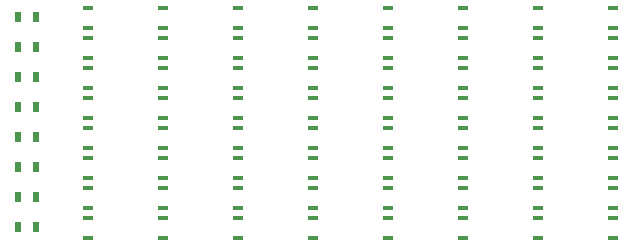
<source format=gbr>
%TF.GenerationSoftware,KiCad,Pcbnew,(5.1.9)-1*%
%TF.CreationDate,2021-06-01T09:40:16-07:00*%
%TF.ProjectId,Reverse_Mount_SMT_LED_PoC,52657665-7273-4655-9f4d-6f756e745f53,rev?*%
%TF.SameCoordinates,Original*%
%TF.FileFunction,Paste,Top*%
%TF.FilePolarity,Positive*%
%FSLAX46Y46*%
G04 Gerber Fmt 4.6, Leading zero omitted, Abs format (unit mm)*
G04 Created by KiCad (PCBNEW (5.1.9)-1) date 2021-06-01 09:40:16*
%MOMM*%
%LPD*%
G01*
G04 APERTURE LIST*
%ADD10R,0.850000X0.400000*%
%ADD11R,0.500000X0.900000*%
G04 APERTURE END LIST*
D10*
X125935000Y-74200000D03*
X125935000Y-75860000D03*
X125935000Y-76740000D03*
X125935000Y-78400000D03*
X125935000Y-79280000D03*
X125935000Y-80940000D03*
X125935000Y-81820000D03*
X125935000Y-83480000D03*
X125935000Y-84360000D03*
X125935000Y-86020000D03*
X125935000Y-86900000D03*
X125935000Y-88560000D03*
X125935000Y-89440000D03*
X125935000Y-91100000D03*
X132285000Y-71660000D03*
X132285000Y-73320000D03*
X132285000Y-74200000D03*
X132285000Y-75860000D03*
X132285000Y-76740000D03*
X132285000Y-78400000D03*
X132285000Y-79280000D03*
X132285000Y-80940000D03*
X132285000Y-81820000D03*
X132285000Y-83480000D03*
X132285000Y-84360000D03*
X132285000Y-86020000D03*
X132285000Y-86900000D03*
X132285000Y-88560000D03*
X132285000Y-89440000D03*
X132285000Y-91100000D03*
X138635000Y-71660000D03*
X138635000Y-73320000D03*
X138635000Y-74200000D03*
X138635000Y-75860000D03*
X138635000Y-76740000D03*
X138635000Y-78400000D03*
X138635000Y-79280000D03*
X138635000Y-80940000D03*
X138635000Y-81820000D03*
X138635000Y-83480000D03*
X138635000Y-84360000D03*
X138635000Y-86020000D03*
X138635000Y-86900000D03*
X138635000Y-88560000D03*
X138635000Y-89440000D03*
X138635000Y-91100000D03*
X144985000Y-71660000D03*
X144985000Y-73320000D03*
X144985000Y-74200000D03*
X144985000Y-75860000D03*
X144985000Y-76740000D03*
X144985000Y-78400000D03*
X144985000Y-79280000D03*
X144985000Y-80940000D03*
X144985000Y-81820000D03*
X144985000Y-83480000D03*
X144985000Y-84360000D03*
X144985000Y-86020000D03*
X144985000Y-86900000D03*
X144985000Y-88560000D03*
X144985000Y-89440000D03*
X144985000Y-91100000D03*
X151335000Y-71660000D03*
X151335000Y-73320000D03*
X151335000Y-74200000D03*
X151335000Y-75860000D03*
X151335000Y-76740000D03*
X151335000Y-78400000D03*
X151335000Y-79280000D03*
X151335000Y-80940000D03*
X151335000Y-81820000D03*
X151335000Y-83480000D03*
X151335000Y-84360000D03*
X151335000Y-86020000D03*
X151335000Y-86900000D03*
X151335000Y-88560000D03*
X151335000Y-89435000D03*
X151335000Y-91095000D03*
X157685000Y-71660000D03*
X157685000Y-73320000D03*
X157685000Y-74200000D03*
X157685000Y-75860000D03*
X157685000Y-76740000D03*
X157685000Y-78400000D03*
X157685000Y-79280000D03*
X157685000Y-80940000D03*
X157685000Y-81820000D03*
X157685000Y-83480000D03*
X157685000Y-84360000D03*
X157685000Y-86020000D03*
X157685000Y-86900000D03*
X157685000Y-88560000D03*
X157685000Y-89440000D03*
X157685000Y-91100000D03*
X164035000Y-71660000D03*
X164035000Y-73320000D03*
X164035000Y-74200000D03*
X164035000Y-75860000D03*
X164035000Y-76740000D03*
X164035000Y-78400000D03*
X164035000Y-79280000D03*
X164035000Y-80940000D03*
X164035000Y-81820000D03*
X164035000Y-83480000D03*
X164035000Y-84360000D03*
X164035000Y-86020000D03*
X164035000Y-86900000D03*
X164035000Y-88560000D03*
X164035000Y-89440000D03*
X164035000Y-91100000D03*
X170385000Y-71660000D03*
X170385000Y-73320000D03*
X170385000Y-74200000D03*
X170385000Y-75860000D03*
X170385000Y-76740000D03*
X170385000Y-78400000D03*
X170385000Y-79280000D03*
X170385000Y-80940000D03*
X170385000Y-81815000D03*
X170385000Y-83475000D03*
X170385000Y-84360000D03*
X170385000Y-86020000D03*
X170385000Y-86900000D03*
X170385000Y-88560000D03*
X170385000Y-89440000D03*
X170385000Y-91100000D03*
D11*
X121515000Y-72390000D03*
X120015000Y-72390000D03*
X121515000Y-74930000D03*
X120015000Y-74930000D03*
X121515000Y-77470000D03*
X120015000Y-77470000D03*
X121515000Y-80010000D03*
X120015000Y-80010000D03*
X121515000Y-82550000D03*
X120015000Y-82550000D03*
X121515000Y-85090000D03*
X120015000Y-85090000D03*
X121515000Y-87630000D03*
X120015000Y-87630000D03*
X121515000Y-90170000D03*
X120015000Y-90170000D03*
D10*
X125935000Y-71660000D03*
X125935000Y-73320000D03*
M02*

</source>
